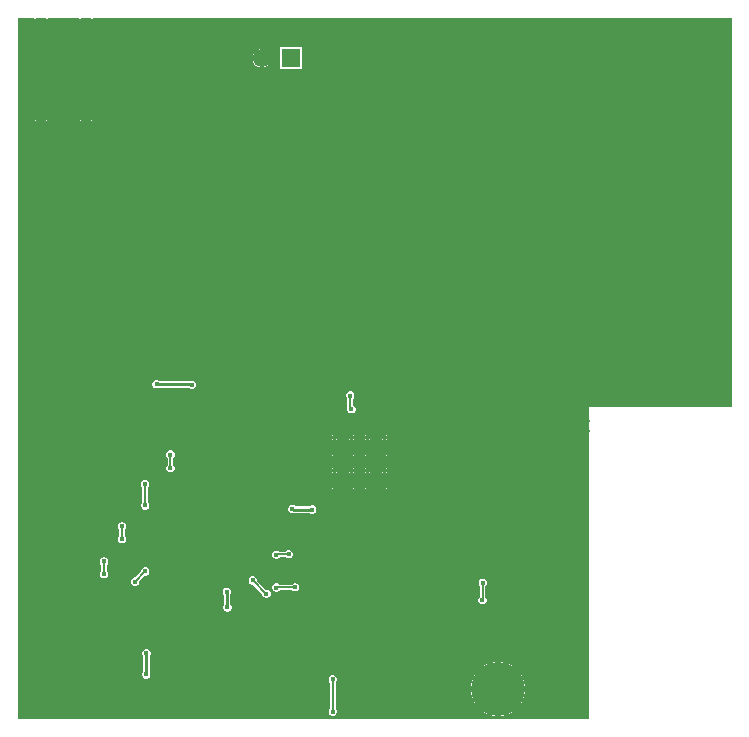
<source format=gbl>
G04*
G04 #@! TF.GenerationSoftware,Altium Limited,Altium Designer,25.8.1 (18)*
G04*
G04 Layer_Physical_Order=2*
G04 Layer_Color=16711680*
%FSLAX44Y44*%
%MOMM*%
G71*
G04*
G04 #@! TF.SameCoordinates,16AD229D-0A12-456A-95A7-24712EE817D5*
G04*
G04*
G04 #@! TF.FilePolarity,Positive*
G04*
G01*
G75*
%ADD11C,0.2540*%
%ADD13C,0.1524*%
%ADD100C,1.5500*%
%ADD101R,1.5500X1.5500*%
%ADD113C,4.5720*%
%ADD114C,0.3000*%
%ADD115O,1.6000X1.0000*%
%ADD116C,0.4064*%
%ADD117C,0.6350*%
%ADD118C,0.2540*%
%ADD119C,0.5000*%
G36*
X607151Y267250D02*
X486750D01*
Y2849D01*
X2849D01*
Y597151D01*
X16600D01*
X16909Y596135D01*
X15875Y595445D01*
X14770Y593791D01*
X14635Y593110D01*
X30325D01*
X30190Y593791D01*
X29085Y595445D01*
X28051Y596135D01*
X28360Y597151D01*
X54600D01*
X54909Y596135D01*
X53875Y595445D01*
X52770Y593791D01*
X52635Y593110D01*
X68325D01*
X68190Y593791D01*
X67085Y595445D01*
X66051Y596135D01*
X66360Y597151D01*
X607151D01*
Y267250D01*
D02*
G37*
%LPC*%
G36*
X68325Y590570D02*
X61750D01*
Y586742D01*
X63480D01*
X65431Y587130D01*
X67085Y588235D01*
X68190Y589889D01*
X68325Y590570D01*
D02*
G37*
G36*
X59210D02*
X52635D01*
X52770Y589889D01*
X53875Y588235D01*
X55529Y587130D01*
X57480Y586742D01*
X59210D01*
Y590570D01*
D02*
G37*
G36*
X30325D02*
X23750D01*
Y586742D01*
X25480D01*
X27431Y587130D01*
X29085Y588235D01*
X30190Y589889D01*
X30325Y590570D01*
D02*
G37*
G36*
X21210D02*
X14635D01*
X14770Y589889D01*
X15875Y588235D01*
X17529Y587130D01*
X19480Y586742D01*
X21210D01*
Y590570D01*
D02*
G37*
G36*
X210498Y570229D02*
Y563816D01*
X216911D01*
X216450Y565537D01*
X215429Y567305D01*
X213987Y568747D01*
X212219Y569768D01*
X210498Y570229D01*
D02*
G37*
G36*
X207958D02*
X206237Y569768D01*
X204469Y568747D01*
X203027Y567305D01*
X202006Y565537D01*
X201545Y563816D01*
X207958D01*
Y570229D01*
D02*
G37*
G36*
X216911Y561276D02*
X210498D01*
Y554863D01*
X212219Y555324D01*
X213987Y556344D01*
X215429Y557787D01*
X216450Y559555D01*
X216911Y561276D01*
D02*
G37*
G36*
X207958D02*
X201545D01*
X202006Y559555D01*
X203027Y557787D01*
X204469Y556344D01*
X206237Y555324D01*
X207958Y554863D01*
Y561276D01*
D02*
G37*
G36*
X243502Y571820D02*
X224954D01*
Y553272D01*
X243502D01*
Y571820D01*
D02*
G37*
G36*
X63480Y510538D02*
X61750D01*
Y506710D01*
X68325D01*
X68190Y507391D01*
X67085Y509045D01*
X65431Y510150D01*
X63480Y510538D01*
D02*
G37*
G36*
X59210D02*
X57480D01*
X55529Y510150D01*
X53875Y509045D01*
X52770Y507391D01*
X52635Y506710D01*
X59210D01*
Y510538D01*
D02*
G37*
G36*
X25480D02*
X23750D01*
Y506710D01*
X30325D01*
X30190Y507391D01*
X29085Y509045D01*
X27431Y510150D01*
X25480Y510538D01*
D02*
G37*
G36*
X21210D02*
X19480D01*
X17529Y510150D01*
X15875Y509045D01*
X14770Y507391D01*
X14635Y506710D01*
X21210D01*
Y510538D01*
D02*
G37*
G36*
X68325Y504170D02*
X61750D01*
Y500342D01*
X63480D01*
X65431Y500730D01*
X67085Y501835D01*
X68190Y503489D01*
X68325Y504170D01*
D02*
G37*
G36*
X59210D02*
X52635D01*
X52770Y503489D01*
X53875Y501835D01*
X55529Y500730D01*
X57480Y500342D01*
X59210D01*
Y504170D01*
D02*
G37*
G36*
X30325D02*
X23750D01*
Y500342D01*
X25480D01*
X27431Y500730D01*
X29085Y501835D01*
X30190Y503489D01*
X30325Y504170D01*
D02*
G37*
G36*
X21210D02*
X14635D01*
X14770Y503489D01*
X15875Y501835D01*
X17529Y500730D01*
X19480Y500342D01*
X21210D01*
Y504170D01*
D02*
G37*
G36*
X121067Y290306D02*
X119653D01*
X118346Y289765D01*
X117345Y288764D01*
X116804Y287457D01*
Y286043D01*
X117345Y284736D01*
X118346Y283735D01*
X119653Y283194D01*
X121067D01*
X122171Y283651D01*
X147742D01*
X148158Y283235D01*
X149465Y282694D01*
X150879D01*
X152186Y283235D01*
X153187Y284236D01*
X153728Y285543D01*
Y286957D01*
X153187Y288264D01*
X152186Y289265D01*
X150879Y289806D01*
X149465D01*
X148361Y289349D01*
X122790D01*
X122374Y289765D01*
X121067Y290306D01*
D02*
G37*
G36*
X284957Y280556D02*
X283543D01*
X282236Y280015D01*
X281235Y279014D01*
X280694Y277707D01*
Y276293D01*
X281235Y274986D01*
X281919Y274302D01*
Y267187D01*
X281978Y266893D01*
X281694Y266207D01*
Y264793D01*
X282235Y263486D01*
X283236Y262485D01*
X284543Y261944D01*
X285957D01*
X287264Y262485D01*
X288265Y263486D01*
X288806Y264793D01*
Y266207D01*
X288265Y267514D01*
X287264Y268515D01*
X286581Y268798D01*
Y274302D01*
X287265Y274986D01*
X287806Y276293D01*
Y277707D01*
X287265Y279014D01*
X286264Y280015D01*
X284957Y280556D01*
D02*
G37*
G36*
X314370Y244160D02*
Y243250D01*
X315280D01*
X315219Y243396D01*
X314516Y244099D01*
X314370Y244160D01*
D02*
G37*
G36*
X311830D02*
X311684Y244099D01*
X310981Y243396D01*
X310920Y243250D01*
X311830D01*
Y244160D01*
D02*
G37*
G36*
X300370D02*
Y243250D01*
X301280D01*
X301219Y243396D01*
X300516Y244099D01*
X300370Y244160D01*
D02*
G37*
G36*
X297830D02*
X297684Y244099D01*
X296981Y243396D01*
X296920Y243250D01*
X297830D01*
Y244160D01*
D02*
G37*
G36*
X286370D02*
Y243250D01*
X287280D01*
X287219Y243396D01*
X286516Y244099D01*
X286370Y244160D01*
D02*
G37*
G36*
X283830D02*
X283684Y244099D01*
X282981Y243396D01*
X282920Y243250D01*
X283830D01*
Y244160D01*
D02*
G37*
G36*
X272370D02*
Y243250D01*
X273280D01*
X273219Y243396D01*
X272516Y244099D01*
X272370Y244160D01*
D02*
G37*
G36*
X269830D02*
X269684Y244099D01*
X268981Y243396D01*
X268920Y243250D01*
X269830D01*
Y244160D01*
D02*
G37*
G36*
X315280Y240710D02*
X314370D01*
Y239800D01*
X314516Y239861D01*
X315219Y240564D01*
X315280Y240710D01*
D02*
G37*
G36*
X311830D02*
X310920D01*
X310981Y240564D01*
X311684Y239861D01*
X311830Y239800D01*
Y240710D01*
D02*
G37*
G36*
X301280D02*
X300370D01*
Y239800D01*
X300516Y239861D01*
X301219Y240564D01*
X301280Y240710D01*
D02*
G37*
G36*
X297830D02*
X296920D01*
X296981Y240564D01*
X297684Y239861D01*
X297830Y239800D01*
Y240710D01*
D02*
G37*
G36*
X287280D02*
X286370D01*
Y239800D01*
X286516Y239861D01*
X287219Y240564D01*
X287280Y240710D01*
D02*
G37*
G36*
X283830D02*
X282920D01*
X282981Y240564D01*
X283684Y239861D01*
X283830Y239800D01*
Y240710D01*
D02*
G37*
G36*
X273280D02*
X272370D01*
Y239800D01*
X272516Y239861D01*
X273219Y240564D01*
X273280Y240710D01*
D02*
G37*
G36*
X269830D02*
X268920D01*
X268981Y240564D01*
X269684Y239861D01*
X269830Y239800D01*
Y240710D01*
D02*
G37*
G36*
X314370Y230160D02*
Y229250D01*
X315280D01*
X315219Y229396D01*
X314516Y230099D01*
X314370Y230160D01*
D02*
G37*
G36*
X311830D02*
X311684Y230099D01*
X310981Y229396D01*
X310920Y229250D01*
X311830D01*
Y230160D01*
D02*
G37*
G36*
X300370D02*
Y229250D01*
X301280D01*
X301219Y229396D01*
X300516Y230099D01*
X300370Y230160D01*
D02*
G37*
G36*
X297830D02*
X297684Y230099D01*
X296981Y229396D01*
X296920Y229250D01*
X297830D01*
Y230160D01*
D02*
G37*
G36*
X286370D02*
Y229250D01*
X287280D01*
X287219Y229396D01*
X286516Y230099D01*
X286370Y230160D01*
D02*
G37*
G36*
X283830D02*
X283684Y230099D01*
X282981Y229396D01*
X282920Y229250D01*
X283830D01*
Y230160D01*
D02*
G37*
G36*
X272370D02*
Y229250D01*
X273280D01*
X273219Y229396D01*
X272516Y230099D01*
X272370Y230160D01*
D02*
G37*
G36*
X269830D02*
X269684Y230099D01*
X268981Y229396D01*
X268920Y229250D01*
X269830D01*
Y230160D01*
D02*
G37*
G36*
X315280Y226710D02*
X314370D01*
Y225800D01*
X314516Y225861D01*
X315219Y226564D01*
X315280Y226710D01*
D02*
G37*
G36*
X311830D02*
X310920D01*
X310981Y226564D01*
X311684Y225861D01*
X311830Y225800D01*
Y226710D01*
D02*
G37*
G36*
X301280D02*
X300370D01*
Y225800D01*
X300516Y225861D01*
X301219Y226564D01*
X301280Y226710D01*
D02*
G37*
G36*
X297830D02*
X296920D01*
X296981Y226564D01*
X297684Y225861D01*
X297830Y225800D01*
Y226710D01*
D02*
G37*
G36*
X287280D02*
X286370D01*
Y225800D01*
X286516Y225861D01*
X287219Y226564D01*
X287280Y226710D01*
D02*
G37*
G36*
X283830D02*
X282920D01*
X282981Y226564D01*
X283684Y225861D01*
X283830Y225800D01*
Y226710D01*
D02*
G37*
G36*
X273280D02*
X272370D01*
Y225800D01*
X272516Y225861D01*
X273219Y226564D01*
X273280Y226710D01*
D02*
G37*
G36*
X269830D02*
X268920D01*
X268981Y226564D01*
X269684Y225861D01*
X269830Y225800D01*
Y226710D01*
D02*
G37*
G36*
X314370Y216160D02*
Y215250D01*
X315280D01*
X315219Y215396D01*
X314516Y216099D01*
X314370Y216160D01*
D02*
G37*
G36*
X311830D02*
X311684Y216099D01*
X310981Y215396D01*
X310920Y215250D01*
X311830D01*
Y216160D01*
D02*
G37*
G36*
X300370D02*
Y215250D01*
X301280D01*
X301219Y215396D01*
X300516Y216099D01*
X300370Y216160D01*
D02*
G37*
G36*
X297830D02*
X297684Y216099D01*
X296981Y215396D01*
X296920Y215250D01*
X297830D01*
Y216160D01*
D02*
G37*
G36*
X286370D02*
Y215250D01*
X287280D01*
X287219Y215396D01*
X286516Y216099D01*
X286370Y216160D01*
D02*
G37*
G36*
X283830D02*
X283684Y216099D01*
X282981Y215396D01*
X282920Y215250D01*
X283830D01*
Y216160D01*
D02*
G37*
G36*
X272370D02*
Y215250D01*
X273280D01*
X273219Y215396D01*
X272516Y216099D01*
X272370Y216160D01*
D02*
G37*
G36*
X269830D02*
X269684Y216099D01*
X268981Y215396D01*
X268920Y215250D01*
X269830D01*
Y216160D01*
D02*
G37*
G36*
X132707Y230556D02*
X131293D01*
X129986Y230015D01*
X128985Y229014D01*
X128444Y227707D01*
Y226293D01*
X128985Y224986D01*
X129669Y224302D01*
Y218448D01*
X128985Y217764D01*
X128444Y216457D01*
Y215043D01*
X128985Y213736D01*
X129986Y212735D01*
X131293Y212194D01*
X132707D01*
X134014Y212735D01*
X135015Y213736D01*
X135556Y215043D01*
Y216457D01*
X135015Y217764D01*
X134331Y218448D01*
Y224302D01*
X135015Y224986D01*
X135556Y226293D01*
Y227707D01*
X135015Y229014D01*
X134014Y230015D01*
X132707Y230556D01*
D02*
G37*
G36*
X315280Y212710D02*
X314370D01*
Y211800D01*
X314516Y211861D01*
X315219Y212564D01*
X315280Y212710D01*
D02*
G37*
G36*
X311830D02*
X310920D01*
X310981Y212564D01*
X311684Y211861D01*
X311830Y211800D01*
Y212710D01*
D02*
G37*
G36*
X301280D02*
X300370D01*
Y211800D01*
X300516Y211861D01*
X301219Y212564D01*
X301280Y212710D01*
D02*
G37*
G36*
X297830D02*
X296920D01*
X296981Y212564D01*
X297684Y211861D01*
X297830Y211800D01*
Y212710D01*
D02*
G37*
G36*
X287280D02*
X286370D01*
Y211800D01*
X286516Y211861D01*
X287219Y212564D01*
X287280Y212710D01*
D02*
G37*
G36*
X283830D02*
X282920D01*
X282981Y212564D01*
X283684Y211861D01*
X283830Y211800D01*
Y212710D01*
D02*
G37*
G36*
X273280D02*
X272370D01*
Y211800D01*
X272516Y211861D01*
X273219Y212564D01*
X273280Y212710D01*
D02*
G37*
G36*
X269830D02*
X268920D01*
X268981Y212564D01*
X269684Y211861D01*
X269830Y211800D01*
Y212710D01*
D02*
G37*
G36*
X314370Y202160D02*
Y201250D01*
X315280D01*
X315219Y201396D01*
X314516Y202099D01*
X314370Y202160D01*
D02*
G37*
G36*
X311830D02*
X311684Y202099D01*
X310981Y201396D01*
X310920Y201250D01*
X311830D01*
Y202160D01*
D02*
G37*
G36*
X300370D02*
Y201250D01*
X301280D01*
X301219Y201396D01*
X300516Y202099D01*
X300370Y202160D01*
D02*
G37*
G36*
X297830D02*
X297684Y202099D01*
X296981Y201396D01*
X296920Y201250D01*
X297830D01*
Y202160D01*
D02*
G37*
G36*
X286370D02*
Y201250D01*
X287280D01*
X287219Y201396D01*
X286516Y202099D01*
X286370Y202160D01*
D02*
G37*
G36*
X283830D02*
X283684Y202099D01*
X282981Y201396D01*
X282920Y201250D01*
X283830D01*
Y202160D01*
D02*
G37*
G36*
X272370D02*
Y201250D01*
X273280D01*
X273219Y201396D01*
X272516Y202099D01*
X272370Y202160D01*
D02*
G37*
G36*
X269830D02*
X269684Y202099D01*
X268981Y201396D01*
X268920Y201250D01*
X269830D01*
Y202160D01*
D02*
G37*
G36*
X315280Y198710D02*
X314370D01*
Y197800D01*
X314516Y197861D01*
X315219Y198564D01*
X315280Y198710D01*
D02*
G37*
G36*
X311830D02*
X310920D01*
X310981Y198564D01*
X311684Y197861D01*
X311830Y197800D01*
Y198710D01*
D02*
G37*
G36*
X301280D02*
X300370D01*
Y197800D01*
X300516Y197861D01*
X301219Y198564D01*
X301280Y198710D01*
D02*
G37*
G36*
X297830D02*
X296920D01*
X296981Y198564D01*
X297684Y197861D01*
X297830Y197800D01*
Y198710D01*
D02*
G37*
G36*
X287280D02*
X286370D01*
Y197800D01*
X286516Y197861D01*
X287219Y198564D01*
X287280Y198710D01*
D02*
G37*
G36*
X283830D02*
X282920D01*
X282981Y198564D01*
X283684Y197861D01*
X283830Y197800D01*
Y198710D01*
D02*
G37*
G36*
X273280D02*
X272370D01*
Y197800D01*
X272516Y197861D01*
X273219Y198564D01*
X273280Y198710D01*
D02*
G37*
G36*
X269830D02*
X268920D01*
X268981Y198564D01*
X269684Y197861D01*
X269830Y197800D01*
Y198710D01*
D02*
G37*
G36*
X111207Y205741D02*
X109793D01*
X108486Y205200D01*
X107485Y204200D01*
X106944Y202892D01*
Y201478D01*
X107485Y200171D01*
X108294Y199362D01*
Y186573D01*
X107735Y186014D01*
X107194Y184707D01*
Y183293D01*
X107735Y181986D01*
X108736Y180985D01*
X110043Y180444D01*
X111457D01*
X112764Y180985D01*
X113765Y181986D01*
X114306Y183293D01*
Y184707D01*
X113765Y186014D01*
X112956Y186823D01*
Y199612D01*
X113515Y200171D01*
X114056Y201478D01*
Y202892D01*
X113515Y204200D01*
X112514Y205200D01*
X111207Y205741D01*
D02*
G37*
G36*
X235957Y184556D02*
X234543D01*
X233236Y184015D01*
X232235Y183014D01*
X231694Y181707D01*
Y180293D01*
X232235Y178986D01*
X233236Y177985D01*
X234543Y177444D01*
X235957D01*
X236458Y177651D01*
X249820D01*
X249986Y177485D01*
X251293Y176944D01*
X252707D01*
X254014Y177485D01*
X255015Y178486D01*
X255556Y179793D01*
Y181207D01*
X255015Y182514D01*
X254014Y183515D01*
X252707Y184056D01*
X251293D01*
X249986Y183515D01*
X249820Y183349D01*
X237930D01*
X237264Y184015D01*
X235957Y184556D01*
D02*
G37*
G36*
X91707Y170056D02*
X90293D01*
X88986Y169515D01*
X87985Y168514D01*
X87444Y167207D01*
Y165793D01*
X87985Y164486D01*
X88669Y163802D01*
Y158198D01*
X87985Y157514D01*
X87444Y156207D01*
Y154793D01*
X87985Y153486D01*
X88986Y152485D01*
X90293Y151944D01*
X91707D01*
X93014Y152485D01*
X94015Y153486D01*
X94556Y154793D01*
Y156207D01*
X94015Y157514D01*
X93331Y158198D01*
Y163802D01*
X94015Y164486D01*
X94556Y165793D01*
Y167207D01*
X94015Y168514D01*
X93014Y169515D01*
X91707Y170056D01*
D02*
G37*
G36*
X232707Y146306D02*
X231293D01*
X229986Y145765D01*
X229081Y144860D01*
X224305D01*
X223842Y145323D01*
X222535Y145864D01*
X221121D01*
X219814Y145323D01*
X218813Y144322D01*
X218272Y143015D01*
Y141601D01*
X218813Y140294D01*
X219814Y139293D01*
X221121Y138752D01*
X222535D01*
X223842Y139293D01*
X224747Y140198D01*
X229523D01*
X229986Y139735D01*
X231293Y139194D01*
X232707D01*
X234014Y139735D01*
X235015Y140736D01*
X235556Y142043D01*
Y143457D01*
X235015Y144764D01*
X234014Y145765D01*
X232707Y146306D01*
D02*
G37*
G36*
X76457Y140132D02*
X75043D01*
X73736Y139591D01*
X72735Y138590D01*
X72194Y137283D01*
Y135869D01*
X72735Y134562D01*
X73419Y133878D01*
Y128552D01*
X72735Y127868D01*
X72194Y126561D01*
Y125146D01*
X72735Y123839D01*
X73736Y122839D01*
X75043Y122297D01*
X76457D01*
X77764Y122839D01*
X78765Y123839D01*
X79306Y125146D01*
Y126561D01*
X78765Y127868D01*
X78081Y128552D01*
Y133878D01*
X78765Y134562D01*
X79306Y135869D01*
Y137283D01*
X78765Y138590D01*
X77764Y139591D01*
X76457Y140132D01*
D02*
G37*
G36*
X238283Y118306D02*
X236869D01*
X235562Y117765D01*
X234753Y116956D01*
X224401D01*
X223842Y117515D01*
X222535Y118056D01*
X221121D01*
X219814Y117515D01*
X218813Y116514D01*
X218272Y115207D01*
Y113793D01*
X218813Y112486D01*
X219814Y111485D01*
X221121Y110944D01*
X222535D01*
X223842Y111485D01*
X224651Y112294D01*
X235003D01*
X235562Y111735D01*
X236869Y111194D01*
X238283D01*
X239590Y111735D01*
X240591Y112736D01*
X241132Y114043D01*
Y115457D01*
X240591Y116764D01*
X239590Y117765D01*
X238283Y118306D01*
D02*
G37*
G36*
X111429Y131806D02*
X110015D01*
X108708Y131265D01*
X107707Y130264D01*
X107166Y128957D01*
Y127851D01*
X102371Y123056D01*
X101543D01*
X100236Y122515D01*
X99235Y121514D01*
X98694Y120207D01*
Y118793D01*
X99235Y117486D01*
X100236Y116485D01*
X101543Y115944D01*
X102957D01*
X104264Y116485D01*
X105265Y117486D01*
X105806Y118793D01*
Y119899D01*
X110601Y124694D01*
X111429D01*
X112736Y125235D01*
X113737Y126236D01*
X114278Y127543D01*
Y128957D01*
X113737Y130264D01*
X112736Y131265D01*
X111429Y131806D01*
D02*
G37*
G36*
X202420Y124094D02*
X201005D01*
X199698Y123552D01*
X198698Y122552D01*
X198157Y121245D01*
Y119830D01*
X198698Y118523D01*
X199698Y117523D01*
X201005Y116981D01*
X202097D01*
X209694Y109385D01*
Y108543D01*
X210235Y107236D01*
X211236Y106235D01*
X212543Y105694D01*
X213957D01*
X215264Y106235D01*
X216265Y107236D01*
X216806Y108543D01*
Y109957D01*
X216265Y111264D01*
X215264Y112265D01*
X213957Y112806D01*
X212865D01*
X205268Y120403D01*
Y121245D01*
X204727Y122552D01*
X203727Y123552D01*
X202420Y124094D01*
D02*
G37*
G36*
X397207Y122056D02*
X395793D01*
X394486Y121515D01*
X393485Y120514D01*
X392944Y119207D01*
Y117793D01*
X393485Y116486D01*
X393978Y115993D01*
Y106889D01*
X393103Y106014D01*
X392562Y104707D01*
Y103293D01*
X393103Y101986D01*
X394104Y100985D01*
X395411Y100444D01*
X396825D01*
X398132Y100985D01*
X399133Y101986D01*
X399674Y103293D01*
Y104707D01*
X399133Y106014D01*
X398640Y106507D01*
Y115611D01*
X399515Y116486D01*
X400056Y117793D01*
Y119207D01*
X399515Y120514D01*
X398514Y121515D01*
X397207Y122056D01*
D02*
G37*
G36*
X180457Y114556D02*
X179043D01*
X177736Y114015D01*
X176735Y113014D01*
X176194Y111707D01*
Y110293D01*
X176735Y108986D01*
X177151Y108570D01*
Y99561D01*
X176694Y98457D01*
Y97043D01*
X177235Y95736D01*
X178236Y94735D01*
X179543Y94194D01*
X180957D01*
X182264Y94735D01*
X183265Y95736D01*
X183806Y97043D01*
Y98457D01*
X183265Y99764D01*
X182849Y100180D01*
Y109189D01*
X183306Y110293D01*
Y111707D01*
X182765Y113014D01*
X181764Y114015D01*
X180457Y114556D01*
D02*
G37*
G36*
X112457Y62556D02*
X111043D01*
X109736Y62015D01*
X108735Y61014D01*
X108194Y59707D01*
Y58293D01*
X108735Y56986D01*
X108776Y56945D01*
Y43305D01*
X108485Y43014D01*
X107944Y41707D01*
Y40293D01*
X108485Y38986D01*
X109486Y37985D01*
X110793Y37444D01*
X112207D01*
X113514Y37985D01*
X114515Y38986D01*
X115056Y40293D01*
Y41707D01*
X114515Y43014D01*
X114474Y43055D01*
Y56695D01*
X114765Y56986D01*
X115306Y58293D01*
Y59707D01*
X114765Y61014D01*
X113764Y62015D01*
X112457Y62556D01*
D02*
G37*
G36*
X411502Y51360D02*
X410520D01*
Y29770D01*
X432110D01*
Y30752D01*
X431231Y35168D01*
X429508Y39328D01*
X427006Y43072D01*
X423822Y46256D01*
X420078Y48758D01*
X415918Y50482D01*
X411502Y51360D01*
D02*
G37*
G36*
X407980D02*
X406998D01*
X402582Y50482D01*
X398422Y48758D01*
X394678Y46256D01*
X391493Y43072D01*
X388992Y39328D01*
X387268Y35168D01*
X386390Y30752D01*
Y29770D01*
X407980D01*
Y51360D01*
D02*
G37*
G36*
X270207Y40374D02*
X268793D01*
X267486Y39833D01*
X266485Y38832D01*
X265944Y37525D01*
Y36111D01*
X266485Y34804D01*
X267169Y34120D01*
Y12198D01*
X266485Y11514D01*
X265944Y10207D01*
Y8793D01*
X266485Y7486D01*
X267486Y6485D01*
X268793Y5944D01*
X270207D01*
X271514Y6485D01*
X272515Y7486D01*
X273056Y8793D01*
Y10207D01*
X272515Y11514D01*
X271831Y12198D01*
Y34120D01*
X272515Y34804D01*
X273056Y36111D01*
Y37525D01*
X272515Y38832D01*
X271514Y39833D01*
X270207Y40374D01*
D02*
G37*
G36*
X432110Y27230D02*
X410520D01*
Y5640D01*
X411502D01*
X415918Y6518D01*
X420078Y8242D01*
X423822Y10743D01*
X427006Y13928D01*
X429508Y17672D01*
X431231Y21832D01*
X432110Y26249D01*
Y27230D01*
D02*
G37*
G36*
X407980D02*
X386390D01*
Y26249D01*
X387268Y21832D01*
X388992Y17672D01*
X391493Y13928D01*
X394678Y10743D01*
X398422Y8242D01*
X402582Y6518D01*
X406998Y5640D01*
X407980D01*
Y27230D01*
D02*
G37*
%LPD*%
D11*
X111625Y58875D02*
X111750Y59000D01*
X120360Y286750D02*
X120610Y286500D01*
X149922D01*
X150172Y286250D01*
X179750Y111000D02*
X180000Y110750D01*
Y98000D02*
X180250Y97750D01*
X180000Y98000D02*
Y110750D01*
X111625Y41125D02*
Y58875D01*
X111500Y41000D02*
X111625Y41125D01*
X235662Y181000D02*
X236162Y180500D01*
X252000D01*
X235250Y181000D02*
X235662D01*
D13*
X110625Y184125D02*
Y202060D01*
X110500Y202185D02*
X110625Y202060D01*
Y184125D02*
X110750Y184000D01*
X75750Y125854D02*
Y136576D01*
X269500Y9500D02*
Y36818D01*
X285250Y265500D02*
Y266187D01*
X284250Y267187D02*
X285250Y266187D01*
X284250Y267187D02*
Y277000D01*
X201712Y120538D02*
X201838D01*
X213125Y109250D02*
X213250D01*
X201838Y120538D02*
X213125Y109250D01*
X221953Y114625D02*
X237451D01*
X237576Y114750D01*
X221828Y114500D02*
X221953Y114625D01*
X110722Y128111D02*
Y128250D01*
X102250Y119639D02*
X110722Y128111D01*
X102250Y119500D02*
Y119639D01*
X132000Y215750D02*
Y227000D01*
X91000Y155500D02*
Y166500D01*
X221828Y142308D02*
X222049Y142529D01*
X231779D01*
X396309Y104191D02*
Y118309D01*
X396118Y104000D02*
X396309Y104191D01*
Y118309D02*
X396500Y118500D01*
X231779Y142529D02*
X232000Y142750D01*
D100*
X209228Y562546D02*
D03*
D101*
X234228D02*
D03*
D113*
X409250Y28500D02*
D03*
D114*
X223978Y448296D02*
D03*
X231728D02*
D03*
X223978Y440546D02*
D03*
Y456046D02*
D03*
X216228Y448296D02*
D03*
D115*
X60480Y591840D02*
D03*
X22480D02*
D03*
X60480Y505440D02*
D03*
X22480D02*
D03*
D116*
X204750Y18022D02*
D03*
X110500Y202185D02*
D03*
X414750Y345750D02*
D03*
X111750Y59000D02*
D03*
X58000Y46250D02*
D03*
X312000Y57500D02*
D03*
X75750Y136576D02*
D03*
Y125854D02*
D03*
X269500Y9500D02*
D03*
X277285Y21067D02*
D03*
X269500Y36818D02*
D03*
X260500Y21070D02*
D03*
X120360Y286750D02*
D03*
X134250Y278500D02*
D03*
Y295000D02*
D03*
X150172Y286250D02*
D03*
X285250Y265500D02*
D03*
X284250Y277000D02*
D03*
X180250Y97750D02*
D03*
X213250Y109250D02*
D03*
X221828Y114500D02*
D03*
X201712Y120538D02*
D03*
X251000Y423750D02*
D03*
X111500Y41000D02*
D03*
X110722Y128250D02*
D03*
X237576Y114750D02*
D03*
X102250Y119500D02*
D03*
X46250Y276000D02*
D03*
X58250Y276750D02*
D03*
X94000Y277250D02*
D03*
X80250Y277000D02*
D03*
X388330Y480520D02*
D03*
X369000Y551500D02*
D03*
X387750Y397250D02*
D03*
X362000Y523000D02*
D03*
X395668Y274296D02*
D03*
X396962Y254972D02*
D03*
X381500Y343000D02*
D03*
X329000Y292250D02*
D03*
Y273000D02*
D03*
X379250Y172000D02*
D03*
X380000Y153750D02*
D03*
X379500Y119750D02*
D03*
X372750Y79750D02*
D03*
X329000Y153250D02*
D03*
X343500Y106000D02*
D03*
X335750Y75500D02*
D03*
X296500Y562750D02*
D03*
X250500Y462250D02*
D03*
X224250Y519500D02*
D03*
X221000Y478500D02*
D03*
X184000Y476750D02*
D03*
X249750Y253750D02*
D03*
X246750Y378750D02*
D03*
X187750Y413500D02*
D03*
X199000Y373750D02*
D03*
X117500Y573250D02*
D03*
X124000Y545000D02*
D03*
X117000Y561000D02*
D03*
X160750Y400500D02*
D03*
X77000Y576000D02*
D03*
X183250Y306000D02*
D03*
X169750Y280250D02*
D03*
X170750Y260500D02*
D03*
X68500Y276750D02*
D03*
X307750Y170750D02*
D03*
X170250Y223250D02*
D03*
Y241500D02*
D03*
X171000Y205750D02*
D03*
X149250Y95000D02*
D03*
X213500Y89250D02*
D03*
X198500Y71000D02*
D03*
X144000Y53750D02*
D03*
X122250Y53500D02*
D03*
X106000Y213750D02*
D03*
X77345Y184405D02*
D03*
X84250Y121500D02*
D03*
X67000Y122000D02*
D03*
X46750Y88500D02*
D03*
X132000Y227000D02*
D03*
X110750Y184000D02*
D03*
X132000Y215750D02*
D03*
X91000Y155500D02*
D03*
Y166500D02*
D03*
X221828Y142308D02*
D03*
X396118Y104000D02*
D03*
X396500Y118500D02*
D03*
X232000Y142750D02*
D03*
X252000Y180500D02*
D03*
X235250Y181000D02*
D03*
X179750Y111000D02*
D03*
D117*
X444900Y37000D02*
D03*
Y24300D02*
D03*
Y11600D02*
D03*
Y49700D02*
D03*
X470300Y37000D02*
D03*
X444900Y62400D02*
D03*
X457600Y24300D02*
D03*
Y49700D02*
D03*
Y37000D02*
D03*
X470300Y49700D02*
D03*
Y11600D02*
D03*
Y24300D02*
D03*
X457600Y11600D02*
D03*
X483000D02*
D03*
Y37000D02*
D03*
Y49700D02*
D03*
Y24300D02*
D03*
X454500Y570000D02*
D03*
X597300Y312750D02*
D03*
X584600D02*
D03*
X597300Y300050D02*
D03*
X584600D02*
D03*
X559200Y312750D02*
D03*
X571900Y300050D02*
D03*
Y312750D02*
D03*
X584600Y274650D02*
D03*
X597300D02*
D03*
X584600Y287350D02*
D03*
X597300D02*
D03*
X343896Y235954D02*
D03*
X546500Y312750D02*
D03*
X533800D02*
D03*
X521100D02*
D03*
X533800Y300050D02*
D03*
X521100D02*
D03*
X559200D02*
D03*
X546500D02*
D03*
Y287350D02*
D03*
X521100D02*
D03*
X483000Y312750D02*
D03*
X495700D02*
D03*
X470300D02*
D03*
X508400D02*
D03*
X470300Y300050D02*
D03*
X457600Y312750D02*
D03*
X444900D02*
D03*
X457600Y300050D02*
D03*
X444900D02*
D03*
X508400D02*
D03*
X495700D02*
D03*
Y287350D02*
D03*
X483000D02*
D03*
Y300050D02*
D03*
X444900Y287350D02*
D03*
X470300D02*
D03*
X457600D02*
D03*
X559200D02*
D03*
X571900D02*
D03*
X533800D02*
D03*
Y274650D02*
D03*
X508400Y287350D02*
D03*
X495700Y274650D02*
D03*
X521100D02*
D03*
X508400D02*
D03*
X571900D02*
D03*
X559200D02*
D03*
X546500D02*
D03*
X483500Y255750D02*
D03*
Y247000D02*
D03*
X483000Y274650D02*
D03*
X470300Y261950D02*
D03*
Y274650D02*
D03*
X457600D02*
D03*
X444900D02*
D03*
X457600Y261950D02*
D03*
X444900D02*
D03*
X470300Y236550D02*
D03*
Y249250D02*
D03*
X483000Y236550D02*
D03*
X457600Y222500D02*
D03*
X457600Y249250D02*
D03*
X444900D02*
D03*
X457600Y236550D02*
D03*
X444900D02*
D03*
X432200D02*
D03*
X419500D02*
D03*
X432200Y222500D02*
D03*
X419500D02*
D03*
X406800Y236550D02*
D03*
X394100D02*
D03*
X381400D02*
D03*
X368700D02*
D03*
X356000D02*
D03*
X483250Y204250D02*
D03*
X483000Y189400D02*
D03*
X483000Y222500D02*
D03*
X483000Y176700D02*
D03*
X470300Y164000D02*
D03*
X470550Y204250D02*
D03*
X470300Y222500D02*
D03*
X470300Y176700D02*
D03*
Y189400D02*
D03*
X483000Y138600D02*
D03*
Y151300D02*
D03*
Y113200D02*
D03*
Y125900D02*
D03*
Y164000D02*
D03*
X470300Y151300D02*
D03*
Y125900D02*
D03*
Y138600D02*
D03*
X457600Y189400D02*
D03*
Y176700D02*
D03*
X457850Y204250D02*
D03*
X457600Y164000D02*
D03*
X444900D02*
D03*
X444900Y222500D02*
D03*
X444900Y176700D02*
D03*
Y189400D02*
D03*
X457600Y138600D02*
D03*
Y151300D02*
D03*
Y113200D02*
D03*
Y125900D02*
D03*
X444900Y138600D02*
D03*
Y151300D02*
D03*
Y113200D02*
D03*
Y125900D02*
D03*
X483000Y87800D02*
D03*
Y75100D02*
D03*
Y100500D02*
D03*
Y62400D02*
D03*
X470300D02*
D03*
Y100500D02*
D03*
Y113200D02*
D03*
Y75100D02*
D03*
Y87800D02*
D03*
X457600D02*
D03*
Y100500D02*
D03*
Y62400D02*
D03*
Y75100D02*
D03*
X444900Y87800D02*
D03*
Y100500D02*
D03*
Y75100D02*
D03*
X406800Y222500D02*
D03*
X394350Y204250D02*
D03*
X394100Y222500D02*
D03*
X419750Y204250D02*
D03*
X407050D02*
D03*
X381400Y222500D02*
D03*
X368950Y204250D02*
D03*
X381400Y189400D02*
D03*
X381650Y204250D02*
D03*
X406800Y189400D02*
D03*
X394100D02*
D03*
X432200D02*
D03*
X419500D02*
D03*
X356000Y222500D02*
D03*
X368700D02*
D03*
X343300D02*
D03*
X356250Y204250D02*
D03*
X343550D02*
D03*
X356000Y189400D02*
D03*
X343300D02*
D03*
X368700D02*
D03*
D118*
X103000Y87750D02*
D03*
X85000Y74500D02*
D03*
D119*
X285100Y241980D02*
D03*
X313100D02*
D03*
X299100Y227980D02*
D03*
Y241980D02*
D03*
X313100Y227980D02*
D03*
X285100Y213980D02*
D03*
X271100Y227980D02*
D03*
Y241980D02*
D03*
X285100Y227980D02*
D03*
X271100Y213980D02*
D03*
X313100Y199980D02*
D03*
Y213980D02*
D03*
X299100D02*
D03*
X271100Y199980D02*
D03*
X299100D02*
D03*
X285100D02*
D03*
M02*

</source>
